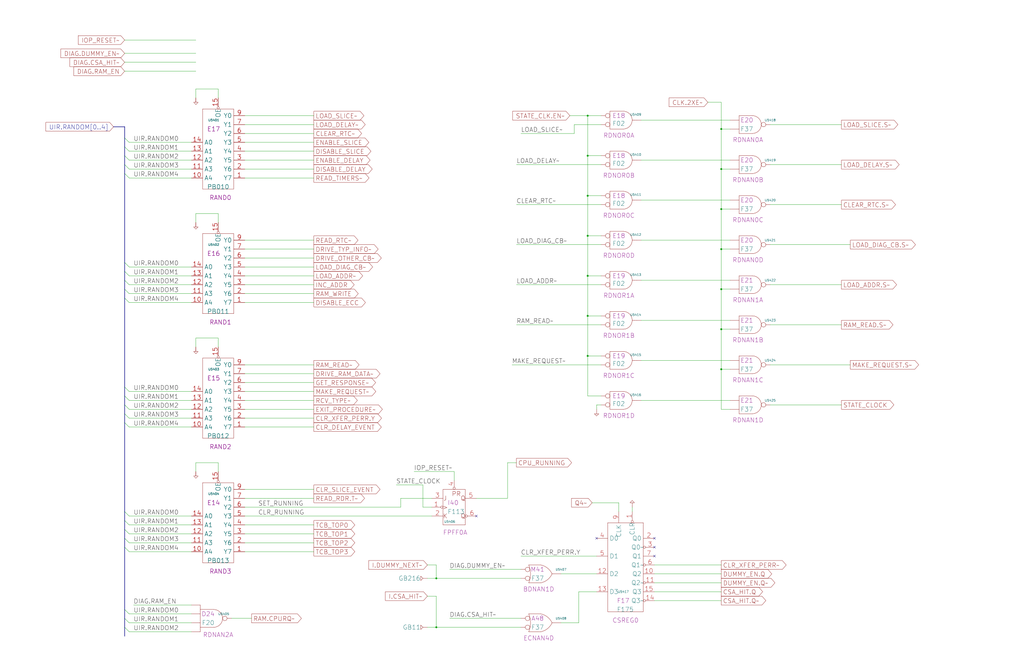
<source format=kicad_sch>
(kicad_sch (version 20211123) (generator eeschema)
  (paper "User" 584.2 378.46)
  (title_block (title "CONTROL STORE\\nRANDOM DECODING") (date "22-SEP-90") (rev "2.0") (comment 1 "IOC") (comment 2 "232-003061") (comment 3 "S400") (comment 4 "RELEASED"))
  (lib_symbols
    (symbol "r1000:F02" (pin_numbers hide) (pin_names hide)
      (property "Reference" "U" (at 12.16 0.635 0))
      (property "Value" "F02" (at -1.27 -4.445 0))
      (property "Location" "___" (at 2.54 0 0))
      (property "Name" "______" (at 2.54 -12.7 0))
      (symbol "F02_0_1"
        (arc (start -3.81 -7.62) (mid -2.9847 -2.54) (end -3.81 2.54) (stroke (width 0.1524)))
        (polyline (pts (xy -5.08 -5.08) (xy -3.175 -5.08)) (stroke (width 0.1524)))
        (polyline (pts (xy -5.08 0) (xy -3.175 0)) (stroke (width 0.1524)))
        (polyline (pts (xy -3.81 -7.62) (xy 2.54 -7.62)) (stroke (width 0.1524)))
        (polyline (pts (xy -3.81 2.54) (xy 2.54 2.54)) (stroke (width 0.1524)))
        (polyline (pts (xy 13.97 -2.54) (xy 12.7 -2.54)) (stroke (width 0.1524)))
        (arc (start 2.54 -7.62) (mid 6.9515 -5.9823) (end 10.16 -2.54) (stroke (width 0.1524)))
        (arc (start 10.16 -2.54) (mid 6.9478 0.8966) (end 2.54 2.54) (stroke (width 0.1524)))
        (circle (center 11.43 -2.54) (radius 1.27) (stroke (width 0.1524)))
      )
      (symbol "F02_0_2"
        (circle (center -3.81 -5.08) (radius 1.27) (stroke (width 0.1524)))
        (circle (center -3.81 0) (radius 1.27) (stroke (width 0.1524)))
        (polyline (pts (xy -2.54 -7.62) (xy 5.08 -7.62)) (stroke (width 0.1524)))
        (polyline (pts (xy -2.54 2.54) (xy -2.54 -7.62)) (stroke (width 0.1524)))
        (polyline (pts (xy -2.54 2.54) (xy 5.08 2.54)) (stroke (width 0.1524)))
        (polyline (pts (xy 11.43 -2.54) (xy 10.16 -2.54)) (stroke (width 0.1524)))
        (polyline (pts (xy 11.43 -2.54) (xy 12.7 -2.54)) (stroke (width 0.1524)))
        (arc (start 5.08 -7.62) (mid 10.1282 -2.54) (end 5.08 2.54) (stroke (width 0.1524)))
      )
      (symbol "F02_1_1"
        (pin input line (at -7.62 0 0) (length 2.54) (name "D0") (number "1"))
        (pin input line (at -7.62 -5.08 0) (length 2.54) (name "D1") (number "2"))
        (pin output line (at 15.24 -2.54 180) (length 1.27) (name "Q") (number "3"))
      )
      (symbol "F02_1_2"
        (pin input line (at -7.62 0 0) (length 2.54) (name "D0") (number "1"))
        (pin input line (at -7.62 -5.08 0) (length 2.54) (name "D1") (number "2"))
        (pin output line (at 15.24 -2.54 180) (length 2.54) (name "Q") (number "3"))
      )
    )
    (symbol "r1000:F113" (pin_names (offset 1.016) hide)
      (property "Reference" "U" (at 0 -10.795 0))
      (property "Value" "F113" (at -1.27 -5.08 0))
      (property "Location" "___" (at -1.27 0 0))
      (property "Name" "______" (at 3.175 -18.415 0))
      (symbol "F113_0_1"
        (rectangle (start -3.81 7.62) (end 8.89 -12.7) (stroke (width 0.1524)))
      )
      (symbol "F113_1_1"
        (circle (center -4.445 -2.54) (radius 0.635))
        (circle (center 2.54 8.255) (radius 0.635))
        (circle (center 9.525 -7.62) (radius 0.635))
        (text ">" (at -2.54 -2.54 0) (effects (font (size 2.54 2.54))))
        (text "J" (at -2.54 2.54 0) (effects (font (size 2.54 2.54))))
        (text "K" (at -2.54 -7.62 0) (effects (font (size 2.54 2.54))))
        (text "P" (at 2.54 5.08 0) (effects (font (size 2.54 2.54))))
        (text "Q" (at 7.62 -7.62 0) (effects (font (size 2.54 2.54))))
        (text "Q" (at 7.62 2.54 0) (effects (font (size 2.54 2.54))))
        (text "R" (at 5.08 5.08 0) (effects (font (size 2.54 2.54))))
        (pin input line (at -10.16 -2.54 0) (length 5.08) (name "CLK_") (number "1"))
        (pin input line (at -10.16 -7.62 0) (length 6.35) (name "K") (number "2"))
        (pin input line (at -10.16 2.54 0) (length 6.35) (name "J") (number "3"))
        (pin input line (at 2.54 12.7 270) (length 3.81) (name "PR_") (number "4"))
        (pin output line (at 15.24 2.54 180) (length 6.35) (name "Q") (number "5"))
        (pin output line (at 15.24 -7.62 180) (length 5.08) (name "Q_") (number "6"))
      )
    )
    (symbol "r1000:F175" (pin_names (offset 1.016))
      (property "Reference" "U" (at 2.54 5.08 0))
      (property "Value" "F175" (at -1.27 -5.08 0))
      (property "Location" "___" (at -1.27 0 0))
      (property "Name" "______" (at 3.81 -12.7 0))
      (symbol "F175_1_1"
        (rectangle (start -6.35 44.45) (end 13.97 -6.35))
        (circle (center 7.62 45.085) (radius 0.635))
        (circle (center 14.605 0) (radius 0.635))
        (circle (center 14.605 10.16) (radius 0.635))
        (circle (center 14.605 20.32) (radius 0.635))
        (circle (center 14.605 30.48) (radius 0.635))
        (pin input line (at 7.62 50.8 270) (length 5.08) (name "CLR") (number "1"))
        (pin output line (at 20.32 15.24 180) (length 6.35) (name "Q2") (number "10"))
        (pin output line (at 20.32 10.16 180) (length 5.08) (name "Q2~") (number "11"))
        (pin input line (at -12.7 15.24 0) (length 6.35) (name "D2") (number "12"))
        (pin input line (at -12.7 5.08 0) (length 6.35) (name "D3") (number "13"))
        (pin output line (at 20.32 0 180) (length 5.08) (name "Q3~") (number "14"))
        (pin output line (at 20.32 5.08 180) (length 6.35) (name "Q3") (number "15"))
        (pin output line (at 20.32 35.56 180) (length 6.35) (name "Q0") (number "2"))
        (pin output line (at 20.32 30.48 180) (length 5.08) (name "Q0~") (number "3"))
        (pin input line (at -12.7 35.56 0) (length 6.35) (name "D0") (number "4"))
        (pin input line (at -12.7 25.4 0) (length 6.35) (name "D1") (number "5"))
        (pin output line (at 20.32 20.32 180) (length 5.08) (name "Q1~") (number "6"))
        (pin output line (at 20.32 25.4 180) (length 6.35) (name "Q1") (number "7"))
        (pin input line (at 0 50.8 270) (length 6.35) (name "CLK") (number "9"))
      )
    )
    (symbol "r1000:F20" (pin_numbers hide) (pin_names hide)
      (property "Reference" "U" (at 8.255 2.54 0))
      (property "Value" "F20" (at -0.635 -2.54 0))
      (property "Location" "___" (at -0.635 2.54 0))
      (property "Name" "______" (at 5.08 -10.795 0))
      (symbol "F20_0_1"
        (polyline (pts (xy -5.08 -5.08) (xy -5.08 -7.62)) (stroke (width 0.1524)))
        (polyline (pts (xy -5.08 5.08) (xy -5.08 -5.08)) (stroke (width 0.1524)))
        (polyline (pts (xy -5.08 7.62) (xy -5.08 5.08)) (stroke (width 0.1524)))
        (polyline (pts (xy 2.54 -5.08) (xy -5.08 -5.08)) (stroke (width 0.1524)))
        (polyline (pts (xy 2.54 5.08) (xy -5.08 5.08)) (stroke (width 0.1524)))
        (arc (start 2.54 -5.08) (mid 7.5882 0) (end 2.54 5.08) (stroke (width 0.1524)))
        (circle (center 8.89 0) (radius 1.27) (stroke (width 0.1524)))
      )
      (symbol "F20_0_2"
        (circle (center -7.62 -7.62) (radius 1.27) (stroke (width 0.1524)))
        (circle (center -7.62 7.62) (radius 1.27) (stroke (width 0.1524)))
        (circle (center -6.985 -2.54) (radius 1.27) (stroke (width 0.1524)))
        (circle (center -6.985 2.54) (radius 1.27) (stroke (width 0.1524)))
        (arc (start -6.35 -7.62) (mid -5.3975 0) (end -6.35 7.62) (stroke (width 0.1524)))
        (polyline (pts (xy -5.715 -5.08) (xy 1.27 -5.08)) (stroke (width 0.1524)))
        (polyline (pts (xy -5.715 5.08) (xy 1.27 5.08)) (stroke (width 0.1524)))
        (arc (start 1.27 -5.08) (mid 5.0518 -3.2985) (end 7.62 0) (stroke (width 0.1524)))
        (arc (start 7.62 0) (mid 5.0518 3.2985) (end 1.27 5.08) (stroke (width 0.1524)))
      )
      (symbol "F20_1_1"
        (pin input line (at -10.16 7.62 0) (length 5.08) (name "D0") (number "1"))
        (pin input line (at -10.16 2.54 0) (length 5.08) (name "D1") (number "2"))
        (pin input line (at -10.16 -2.54 0) (length 5.08) (name "D2") (number "4"))
        (pin input line (at -10.16 -7.62 0) (length 5.08) (name "D3") (number "5"))
        (pin output line (at 12.7 0 180) (length 2.54) (name "Q") (number "6"))
      )
      (symbol "F20_1_2"
        (pin input line (at -10.16 7.62 0) (length 1.27) (name "D0") (number "1"))
        (pin input line (at -10.16 2.54 0) (length 1.905) (name "D1") (number "2"))
        (pin input line (at -10.16 -2.54 0) (length 1.905) (name "D2") (number "4"))
        (pin input line (at -10.16 -7.62 0) (length 1.27) (name "D3") (number "5"))
        (pin output line (at 12.7 0 180) (length 5.08) (name "Q") (number "6"))
      )
    )
    (symbol "r1000:F37" (pin_numbers hide) (pin_names (offset 0) hide)
      (property "Reference" "U" (at 15.24 0 0))
      (property "Value" "F37" (at 1.905 -5.08 0))
      (property "Location" "___" (at 1.905 0 0))
      (property "Name" "______" (at 2.54 -12.7 0))
      (symbol "F37_0_1"
        (polyline (pts (xy -2.54 -7.62) (xy 5.08 -7.62)) (stroke (width 0.1524)))
        (polyline (pts (xy -2.54 2.54) (xy -2.54 -7.62)) (stroke (width 0.1524)))
        (polyline (pts (xy -2.54 2.54) (xy 5.08 2.54)) (stroke (width 0.1524)))
        (arc (start 5.08 -7.62) (mid 10.1282 -2.54) (end 5.08 2.54) (stroke (width 0.1524)))
        (circle (center 11.43 -2.54) (radius 1.27) (stroke (width 0.1524)))
      )
      (symbol "F37_0_2"
        (circle (center -3.81 -5.08) (radius 1.27) (stroke (width 0.1524)))
        (circle (center -3.81 0) (radius 1.27) (stroke (width 0.1524)))
        (arc (start -3.175 -7.62) (mid -2.134 -2.54) (end -3.175 2.54) (stroke (width 0.1524)))
        (polyline (pts (xy -3.175 -7.62) (xy 3.81 -7.62)) (stroke (width 0.1524)))
        (polyline (pts (xy -3.175 2.54) (xy 3.81 2.54)) (stroke (width 0.1524)))
        (arc (start 3.81 -7.62) (mid 7.5855 -5.8306) (end 10.16 -2.54) (stroke (width 0.1524)))
        (arc (start 10.16 -2.54) (mid 7.5827 0.7471) (end 3.81 2.54) (stroke (width 0.1524)))
      )
      (symbol "F37_1_1"
        (pin input line (at -7.62 0 0) (length 5.08) (name "D0") (number "1"))
        (pin input line (at -7.62 -5.08 0) (length 5.08) (name "D1") (number "2"))
        (pin output line (at 15.24 -2.54 180) (length 2.54) (name "Q") (number "3"))
      )
      (symbol "F37_1_2"
        (pin input line (at -7.62 0 0) (length 2.54) (name "D0") (number "1"))
        (pin input line (at -7.62 -5.08 0) (length 2.54) (name "D1") (number "2"))
        (pin output line (at 15.24 -2.54 180) (length 5.08) (name "Q") (number "3"))
      )
    )
    (symbol "r1000:GB" (pin_numbers hide) (pin_names (offset 0) hide)
      (property "Reference" "GB" (at 3.81 0 0))
      (symbol "GB_0_1"
        (polyline (pts (xy 2.54 0) (xy 3.81 1.27) (xy 3.81 -1.27) (xy 2.54 0)) (stroke (width 0.1524)))
      )
      (symbol "GB_1_1"
        (pin bidirectional line (at 0 0 0) (length 2.54) (name "") (number "1"))
      )
    )
    (symbol "r1000:PBxxx" (pin_names (offset 1.016))
      (property "Reference" "U" (at 2.54 5.08 0))
      (property "Value" "PBxxx" (at -1.27 -33.02 0))
      (property "Location" "___" (at -1.27 0 0))
      (property "Name" "______" (at 6.35 -40.64 0))
      (symbol "PBxxx_1_1"
        (rectangle (start -3.81 11.43) (end 13.97 -34.29))
        (circle (center 5.08 12.065) (radius 0.635))
        (pin tri_state line (at 20.32 -27.94 180) (length 6.35) (name "Y7") (number "1"))
        (pin input line (at -10.16 -27.94 0) (length 6.35) (name "A4") (number "10"))
        (pin input line (at -10.16 -22.86 0) (length 6.35) (name "A3") (number "11"))
        (pin input line (at -10.16 -17.78 0) (length 6.35) (name "A2") (number "12"))
        (pin input line (at -10.16 -12.7 0) (length 6.35) (name "A1") (number "13"))
        (pin input line (at -10.16 -7.62 0) (length 6.35) (name "A0") (number "14"))
        (pin input line (at 5.08 17.78 270) (length 5.08) (name "OE") (number "15"))
        (pin tri_state line (at 20.32 -22.86 180) (length 6.35) (name "Y6") (number "2"))
        (pin tri_state line (at 20.32 -17.78 180) (length 6.35) (name "Y5") (number "3"))
        (pin tri_state line (at 20.32 -12.7 180) (length 6.35) (name "Y4") (number "4"))
        (pin tri_state line (at 20.32 -7.62 180) (length 6.35) (name "Y3") (number "5"))
        (pin tri_state line (at 20.32 -2.54 180) (length 6.35) (name "Y2") (number "6"))
        (pin tri_state line (at 20.32 2.54 180) (length 6.35) (name "Y1") (number "7"))
        (pin tri_state line (at 20.32 7.62 180) (length 6.35) (name "Y0") (number "9"))
      )
    )
    (symbol "r1000:PD" (power) (pin_numbers hide) (pin_names hide) (in_bom no)
      (symbol "PD_0_1"
        (polyline (pts (xy 0 -2.54) (xy 1.27 -2.54) (xy 0 -3.81) (xy -1.27 -2.54) (xy 0 -2.54)) (stroke (width 0.1524)))
      )
      (symbol "PD_1_1"
        (pin power_in line (at 0 0 270) (length 2.54) (name "PD") (number "1"))
      )
    )
    (symbol "r1000:PU" (power) (pin_numbers hide) (pin_names hide)
      (symbol "PU_0_1"
        (polyline (pts (xy 0 2.54) (xy -1.27 2.54) (xy 0 3.81) (xy 1.27 2.54) (xy 0 2.54)) (stroke (width 0.1524)))
      )
      (symbol "PU_1_1"
        (pin power_in line (at 0 0 90) (length 2.54) (name "PU") (number "1"))
      )
    )
  )
  (bus (pts (xy 64.77 72.39) (xy 71.12 72.39)))
  (bus (pts (xy 71.12 149.86) (xy 71.12 154.94)))
  (bus (pts (xy 71.12 154.94) (xy 71.12 160.02)))
  (bus (pts (xy 71.12 160.02) (xy 71.12 165.1)))
  (bus (pts (xy 71.12 165.1) (xy 71.12 170.18)))
  (bus (pts (xy 71.12 170.18) (xy 71.12 220.98)))
  (bus (pts (xy 71.12 220.98) (xy 71.12 226.06)))
  (bus (pts (xy 71.12 226.06) (xy 71.12 231.14)))
  (bus (pts (xy 71.12 231.14) (xy 71.12 236.22)))
  (bus (pts (xy 71.12 236.22) (xy 71.12 241.3)))
  (bus (pts (xy 71.12 241.3) (xy 71.12 292.1)))
  (bus (pts (xy 71.12 292.1) (xy 71.12 297.18)))
  (bus (pts (xy 71.12 297.18) (xy 71.12 302.26)))
  (bus (pts (xy 71.12 302.26) (xy 71.12 307.34)))
  (bus (pts (xy 71.12 307.34) (xy 71.12 312.42)))
  (bus (pts (xy 71.12 312.42) (xy 71.12 347.98)))
  (bus (pts (xy 71.12 347.98) (xy 71.12 353.06)))
  (bus (pts (xy 71.12 353.06) (xy 71.12 358.14)))
  (bus (pts (xy 71.12 358.14) (xy 71.12 363.22)))
  (bus (pts (xy 71.12 72.39) (xy 71.12 78.74)))
  (bus (pts (xy 71.12 78.74) (xy 71.12 83.82)))
  (bus (pts (xy 71.12 83.82) (xy 71.12 88.9)))
  (bus (pts (xy 71.12 88.9) (xy 71.12 93.98)))
  (bus (pts (xy 71.12 93.98) (xy 71.12 99.06)))
  (bus (pts (xy 71.12 99.06) (xy 71.12 149.86)))
  (wire (pts (xy 111.76 121.92) (xy 111.76 127)))
  (wire (pts (xy 111.76 193.04) (xy 111.76 198.12)))
  (wire (pts (xy 111.76 264.16) (xy 111.76 269.24)))
  (wire (pts (xy 111.76 50.8) (xy 111.76 55.88)))
  (wire (pts (xy 124.46 121.92) (xy 111.76 121.92)))
  (wire (pts (xy 124.46 127) (xy 124.46 121.92)))
  (wire (pts (xy 124.46 193.04) (xy 111.76 193.04)))
  (wire (pts (xy 124.46 198.12) (xy 124.46 193.04)))
  (wire (pts (xy 124.46 264.16) (xy 111.76 264.16)))
  (wire (pts (xy 124.46 269.24) (xy 124.46 264.16)))
  (wire (pts (xy 124.46 50.8) (xy 111.76 50.8)))
  (wire (pts (xy 124.46 55.88) (xy 124.46 50.8)))
  (wire (pts (xy 132.08 353.06) (xy 143.51 353.06)))
  (wire (pts (xy 139.7 101.6) (xy 179.07 101.6)))
  (wire (pts (xy 139.7 137.16) (xy 179.07 137.16)))
  (wire (pts (xy 139.7 142.24) (xy 179.07 142.24)))
  (wire (pts (xy 139.7 147.32) (xy 179.07 147.32)))
  (wire (pts (xy 139.7 152.4) (xy 179.07 152.4)))
  (wire (pts (xy 139.7 157.48) (xy 179.07 157.48)))
  (wire (pts (xy 139.7 162.56) (xy 179.07 162.56)))
  (wire (pts (xy 139.7 167.64) (xy 179.07 167.64)))
  (wire (pts (xy 139.7 172.72) (xy 179.07 172.72)))
  (wire (pts (xy 139.7 208.28) (xy 179.07 208.28)))
  (wire (pts (xy 139.7 213.36) (xy 179.07 213.36)))
  (wire (pts (xy 139.7 218.44) (xy 179.07 218.44)))
  (wire (pts (xy 139.7 223.52) (xy 179.07 223.52)))
  (wire (pts (xy 139.7 228.6) (xy 179.07 228.6)))
  (wire (pts (xy 139.7 233.68) (xy 179.07 233.68)))
  (wire (pts (xy 139.7 238.76) (xy 179.07 238.76)))
  (wire (pts (xy 139.7 243.84) (xy 179.07 243.84)))
  (wire (pts (xy 139.7 279.4) (xy 179.07 279.4)))
  (wire (pts (xy 139.7 284.48) (xy 179.07 284.48)))
  (wire (pts (xy 139.7 289.56) (xy 228.6 289.56)))
  (wire (pts (xy 139.7 294.64) (xy 246.38 294.64)))
  (wire (pts (xy 139.7 299.72) (xy 179.07 299.72)))
  (wire (pts (xy 139.7 304.8) (xy 179.07 304.8)))
  (wire (pts (xy 139.7 309.88) (xy 179.07 309.88)))
  (wire (pts (xy 139.7 314.96) (xy 179.07 314.96)))
  (wire (pts (xy 139.7 66.04) (xy 179.07 66.04)))
  (wire (pts (xy 139.7 71.12) (xy 179.07 71.12)))
  (wire (pts (xy 139.7 76.2) (xy 179.07 76.2)))
  (wire (pts (xy 139.7 81.28) (xy 179.07 81.28)))
  (wire (pts (xy 139.7 86.36) (xy 179.07 86.36)))
  (wire (pts (xy 139.7 91.44) (xy 179.07 91.44)))
  (wire (pts (xy 139.7 96.52) (xy 179.07 96.52)))
  (wire (pts (xy 228.6 284.48) (xy 228.6 289.56)))
  (wire (pts (xy 241.3 276.86) (xy 226.06 276.86)))
  (wire (pts (xy 241.3 289.56) (xy 241.3 276.86)))
  (wire (pts (xy 243.84 322.58) (xy 248.92 322.58)))
  (wire (pts (xy 243.84 330.2) (xy 248.92 330.2)))
  (wire (pts (xy 243.84 340.36) (xy 248.92 340.36)))
  (wire (pts (xy 243.84 358.14) (xy 248.92 358.14)))
  (wire (pts (xy 246.38 284.48) (xy 228.6 284.48)))
  (wire (pts (xy 246.38 289.56) (xy 241.3 289.56)))
  (wire (pts (xy 248.92 322.58) (xy 248.92 330.2)))
  (wire (pts (xy 248.92 330.2) (xy 297.18 330.2)))
  (wire (pts (xy 248.92 340.36) (xy 248.92 358.14)))
  (wire (pts (xy 248.92 358.14) (xy 297.18 358.14)))
  (wire (pts (xy 256.54 325.12) (xy 297.18 325.12)))
  (wire (pts (xy 256.54 353.06) (xy 297.18 353.06)))
  (wire (pts (xy 259.08 269.24) (xy 236.22 269.24)))
  (wire (pts (xy 259.08 274.32) (xy 259.08 269.24)))
  (wire (pts (xy 271.78 284.48) (xy 289.56 284.48)))
  (wire (pts (xy 289.56 264.16) (xy 294.64 264.16)))
  (wire (pts (xy 289.56 284.48) (xy 289.56 264.16)))
  (wire (pts (xy 292.1 208.28) (xy 342.9 208.28)))
  (wire (pts (xy 294.64 116.84) (xy 342.9 116.84)))
  (wire (pts (xy 294.64 139.7) (xy 342.9 139.7)))
  (wire (pts (xy 294.64 162.56) (xy 342.9 162.56)))
  (wire (pts (xy 294.64 185.42) (xy 342.9 185.42)))
  (wire (pts (xy 294.64 93.98) (xy 342.9 93.98)))
  (wire (pts (xy 297.18 317.5) (xy 340.36 317.5)))
  (wire (pts (xy 320.04 327.66) (xy 340.36 327.66)))
  (wire (pts (xy 325.12 66.04) (xy 335.28 66.04)))
  (wire (pts (xy 327.66 71.12) (xy 327.66 76.2)))
  (wire (pts (xy 327.66 76.2) (xy 297.18 76.2)))
  (wire (pts (xy 330.2 337.82) (xy 330.2 355.6)))
  (wire (pts (xy 330.2 355.6) (xy 320.04 355.6)))
  (wire (pts (xy 335.28 111.76) (xy 335.28 88.9)))
  (wire (pts (xy 335.28 111.76) (xy 342.9 111.76)))
  (wire (pts (xy 335.28 134.62) (xy 335.28 111.76)))
  (wire (pts (xy 335.28 134.62) (xy 342.9 134.62)))
  (wire (pts (xy 335.28 157.48) (xy 335.28 134.62)))
  (wire (pts (xy 335.28 157.48) (xy 342.9 157.48)))
  (wire (pts (xy 335.28 180.34) (xy 335.28 157.48)))
  (wire (pts (xy 335.28 180.34) (xy 342.9 180.34)))
  (wire (pts (xy 335.28 203.2) (xy 335.28 180.34)))
  (wire (pts (xy 335.28 203.2) (xy 342.9 203.2)))
  (wire (pts (xy 335.28 226.06) (xy 335.28 203.2)))
  (wire (pts (xy 335.28 66.04) (xy 335.28 88.9)))
  (wire (pts (xy 335.28 66.04) (xy 342.9 66.04)))
  (wire (pts (xy 335.28 88.9) (xy 342.9 88.9)))
  (wire (pts (xy 337.82 287.02) (xy 353.06 287.02)))
  (wire (pts (xy 340.36 231.14) (xy 340.36 233.68)))
  (wire (pts (xy 340.36 337.82) (xy 330.2 337.82)))
  (wire (pts (xy 342.9 226.06) (xy 335.28 226.06)))
  (wire (pts (xy 342.9 231.14) (xy 340.36 231.14)))
  (wire (pts (xy 342.9 71.12) (xy 327.66 71.12)))
  (wire (pts (xy 353.06 292.1) (xy 353.06 287.02)))
  (wire (pts (xy 360.68 289.56) (xy 360.68 292.1)))
  (wire (pts (xy 365.76 114.3) (xy 416.56 114.3)))
  (wire (pts (xy 365.76 137.16) (xy 416.56 137.16)))
  (wire (pts (xy 365.76 160.02) (xy 416.56 160.02)))
  (wire (pts (xy 365.76 182.88) (xy 416.56 182.88)))
  (wire (pts (xy 365.76 205.74) (xy 416.56 205.74)))
  (wire (pts (xy 365.76 228.6) (xy 416.56 228.6)))
  (wire (pts (xy 365.76 68.58) (xy 416.56 68.58)))
  (wire (pts (xy 365.76 91.44) (xy 416.56 91.44)))
  (wire (pts (xy 373.38 322.58) (xy 411.48 322.58)))
  (wire (pts (xy 373.38 327.66) (xy 411.48 327.66)))
  (wire (pts (xy 373.38 332.74) (xy 411.48 332.74)))
  (wire (pts (xy 373.38 337.82) (xy 411.48 337.82)))
  (wire (pts (xy 373.38 342.9) (xy 411.48 342.9)))
  (wire (pts (xy 403.86 58.42) (xy 411.48 58.42)))
  (wire (pts (xy 411.48 119.38) (xy 411.48 96.52)))
  (wire (pts (xy 411.48 119.38) (xy 416.56 119.38)))
  (wire (pts (xy 411.48 142.24) (xy 411.48 119.38)))
  (wire (pts (xy 411.48 142.24) (xy 416.56 142.24)))
  (wire (pts (xy 411.48 165.1) (xy 411.48 142.24)))
  (wire (pts (xy 411.48 165.1) (xy 416.56 165.1)))
  (wire (pts (xy 411.48 187.96) (xy 411.48 165.1)))
  (wire (pts (xy 411.48 187.96) (xy 416.56 187.96)))
  (wire (pts (xy 411.48 210.82) (xy 411.48 187.96)))
  (wire (pts (xy 411.48 210.82) (xy 416.56 210.82)))
  (wire (pts (xy 411.48 233.68) (xy 411.48 210.82)))
  (wire (pts (xy 411.48 58.42) (xy 411.48 73.66)))
  (wire (pts (xy 411.48 73.66) (xy 411.48 96.52)))
  (wire (pts (xy 411.48 73.66) (xy 416.56 73.66)))
  (wire (pts (xy 411.48 96.52) (xy 416.56 96.52)))
  (wire (pts (xy 416.56 233.68) (xy 411.48 233.68)))
  (wire (pts (xy 439.42 116.84) (xy 480.06 116.84)))
  (wire (pts (xy 439.42 139.7) (xy 485.14 139.7)))
  (wire (pts (xy 439.42 162.56) (xy 480.06 162.56)))
  (wire (pts (xy 439.42 185.42) (xy 480.06 185.42)))
  (wire (pts (xy 439.42 208.28) (xy 485.14 208.28)))
  (wire (pts (xy 439.42 231.14) (xy 480.06 231.14)))
  (wire (pts (xy 439.42 71.12) (xy 480.06 71.12)))
  (wire (pts (xy 439.42 93.98) (xy 480.06 93.98)))
  (wire (pts (xy 71.12 22.86) (xy 111.76 22.86)))
  (wire (pts (xy 71.12 30.48) (xy 111.76 30.48)))
  (wire (pts (xy 71.12 35.56) (xy 111.76 35.56)))
  (wire (pts (xy 71.12 40.64) (xy 111.76 40.64)))
  (wire (pts (xy 73.66 101.6) (xy 109.22 101.6)))
  (wire (pts (xy 73.66 152.4) (xy 109.22 152.4)))
  (wire (pts (xy 73.66 157.48) (xy 109.22 157.48)))
  (wire (pts (xy 73.66 162.56) (xy 109.22 162.56)))
  (wire (pts (xy 73.66 167.64) (xy 109.22 167.64)))
  (wire (pts (xy 73.66 172.72) (xy 109.22 172.72)))
  (wire (pts (xy 73.66 223.52) (xy 109.22 223.52)))
  (wire (pts (xy 73.66 228.6) (xy 109.22 228.6)))
  (wire (pts (xy 73.66 233.68) (xy 109.22 233.68)))
  (wire (pts (xy 73.66 238.76) (xy 109.22 238.76)))
  (wire (pts (xy 73.66 243.84) (xy 109.22 243.84)))
  (wire (pts (xy 73.66 294.64) (xy 109.22 294.64)))
  (wire (pts (xy 73.66 299.72) (xy 109.22 299.72)))
  (wire (pts (xy 73.66 304.8) (xy 109.22 304.8)))
  (wire (pts (xy 73.66 309.88) (xy 109.22 309.88)))
  (wire (pts (xy 73.66 314.96) (xy 109.22 314.96)))
  (wire (pts (xy 73.66 350.52) (xy 109.22 350.52)))
  (wire (pts (xy 73.66 355.6) (xy 109.22 355.6)))
  (wire (pts (xy 73.66 360.68) (xy 109.22 360.68)))
  (wire (pts (xy 73.66 81.28) (xy 109.22 81.28)))
  (wire (pts (xy 73.66 86.36) (xy 109.22 86.36)))
  (wire (pts (xy 73.66 91.44) (xy 109.22 91.44)))
  (wire (pts (xy 73.66 96.52) (xy 109.22 96.52)))
  (wire (pts (xy 76.2 345.44) (xy 109.22 345.44)))
  (global_label "UIR.RANDOM[0..4]" (shape input) (at 64.77 72.39 180) (effects (font (size 2.54 2.54))) (property "Intersheet References" "${INTERSHEET_REFS}" (at 26.1983 72.2313 0) (effects (font (size 2.54 2.54)) (justify right))))
  (global_label "IOP_RESET~" (shape input) (at 71.12 22.86 180) (effects (font (size 2.54 2.54))) (property "Intersheet References" "${INTERSHEET_REFS}" (at 44.6435 22.7013 0) (effects (font (size 2.54 2.54)) (justify right))))
  (global_label "DIAG.DUMMY_EN~" (shape input) (at 71.12 30.48 180) (effects (font (size 2.54 2.54))) (property "Intersheet References" "${INTERSHEET_REFS}" (at 34.7254 30.3213 0) (effects (font (size 2.54 2.54)) (justify right))))
  (global_label "DIAG.CSA_HIT~" (shape input) (at 71.12 35.56 180) (effects (font (size 2.54 2.54))) (property "Intersheet References" "${INTERSHEET_REFS}" (at 39.9264 35.4013 0) (effects (font (size 2.54 2.54)) (justify right))))
  (global_label "DIAG.RAM_EN" (shape input) (at 71.12 40.64 180) (effects (font (size 2.54 2.54))) (property "Intersheet References" "${INTERSHEET_REFS}" (at 42.1035 40.4813 0) (effects (font (size 2.54 2.54)) (justify right))))
  (bus_entry (at 71.12 78.74) (size 2.54 2.54))
  (bus_entry (at 71.12 83.82) (size 2.54 2.54))
  (bus_entry (at 71.12 88.9) (size 2.54 2.54))
  (bus_entry (at 71.12 93.98) (size 2.54 2.54))
  (bus_entry (at 71.12 99.06) (size 2.54 2.54))
  (bus_entry (at 71.12 149.86) (size 2.54 2.54))
  (bus_entry (at 71.12 154.94) (size 2.54 2.54))
  (bus_entry (at 71.12 160.02) (size 2.54 2.54))
  (bus_entry (at 71.12 165.1) (size 2.54 2.54))
  (bus_entry (at 71.12 170.18) (size 2.54 2.54))
  (bus_entry (at 71.12 220.98) (size 2.54 2.54))
  (bus_entry (at 71.12 226.06) (size 2.54 2.54))
  (bus_entry (at 71.12 231.14) (size 2.54 2.54))
  (bus_entry (at 71.12 236.22) (size 2.54 2.54))
  (bus_entry (at 71.12 241.3) (size 2.54 2.54))
  (bus_entry (at 71.12 292.1) (size 2.54 2.54))
  (bus_entry (at 71.12 297.18) (size 2.54 2.54))
  (bus_entry (at 71.12 302.26) (size 2.54 2.54))
  (bus_entry (at 71.12 307.34) (size 2.54 2.54))
  (bus_entry (at 71.12 312.42) (size 2.54 2.54))
  (bus_entry (at 71.12 347.98) (size 2.54 2.54))
  (bus_entry (at 71.12 353.06) (size 2.54 2.54))
  (bus_entry (at 71.12 358.14) (size 2.54 2.54))
  (label "UIR.RANDOM0" (at 76.2 81.28 0) (effects (font (size 2.54 2.54))))
  (label "UIR.RANDOM1" (at 76.2 86.36 0) (effects (font (size 2.54 2.54))))
  (label "UIR.RANDOM2" (at 76.2 91.44 0) (effects (font (size 2.54 2.54))))
  (label "UIR.RANDOM3" (at 76.2 96.52 0) (effects (font (size 2.54 2.54))))
  (label "UIR.RANDOM4" (at 76.2 101.6 0) (effects (font (size 2.54 2.54))))
  (label "UIR.RANDOM0" (at 76.2 152.4 0) (effects (font (size 2.54 2.54))))
  (label "UIR.RANDOM1" (at 76.2 157.48 0) (effects (font (size 2.54 2.54))))
  (label "UIR.RANDOM2" (at 76.2 162.56 0) (effects (font (size 2.54 2.54))))
  (label "UIR.RANDOM3" (at 76.2 167.64 0) (effects (font (size 2.54 2.54))))
  (label "UIR.RANDOM4" (at 76.2 172.72 0) (effects (font (size 2.54 2.54))))
  (label "UIR.RANDOM0" (at 76.2 223.52 0) (effects (font (size 2.54 2.54))))
  (label "UIR.RANDOM1" (at 76.2 228.6 0) (effects (font (size 2.54 2.54))))
  (label "UIR.RANDOM2" (at 76.2 233.68 0) (effects (font (size 2.54 2.54))))
  (label "UIR.RANDOM3" (at 76.2 238.76 0) (effects (font (size 2.54 2.54))))
  (label "UIR.RANDOM4" (at 76.2 243.84 0) (effects (font (size 2.54 2.54))))
  (label "UIR.RANDOM0" (at 76.2 294.64 0) (effects (font (size 2.54 2.54))))
  (label "UIR.RANDOM1" (at 76.2 299.72 0) (effects (font (size 2.54 2.54))))
  (label "UIR.RANDOM2" (at 76.2 304.8 0) (effects (font (size 2.54 2.54))))
  (label "UIR.RANDOM3" (at 76.2 309.88 0) (effects (font (size 2.54 2.54))))
  (label "UIR.RANDOM4" (at 76.2 314.96 0) (effects (font (size 2.54 2.54))))
  (label "DIAG.RAM_EN" (at 76.2 345.44 0) (effects (font (size 2.54 2.54))))
  (label "UIR.RANDOM0" (at 76.2 350.52 0) (effects (font (size 2.54 2.54))))
  (label "UIR.RANDOM1" (at 76.2 355.6 0) (effects (font (size 2.54 2.54))))
  (label "UIR.RANDOM2" (at 76.2 360.68 0) (effects (font (size 2.54 2.54))))
  (symbol (lib_id "r1000:PD") (at 111.76 55.88 0) (unit 1) (in_bom no)
    (property "Reference" "#PWR05401" (effects hide))
    (property "Value" "PD" (effects hide))
  )
  (symbol (lib_id "r1000:PD") (at 111.76 127 0) (unit 1) (in_bom no)
    (property "Reference" "#PWR05402" (effects hide))
    (property "Value" "PD" (effects hide))
  )
  (symbol (lib_id "r1000:PD") (at 111.76 198.12 0) (unit 1) (in_bom no)
    (property "Reference" "#PWR05403" (effects hide))
    (property "Value" "PD" (effects hide))
  )
  (symbol (lib_id "r1000:PD") (at 111.76 269.24 0) (unit 1) (in_bom no)
    (property "Reference" "#PWR05404" (effects hide))
    (property "Value" "PD" (effects hide))
  )
  (symbol (lib_id "r1000:PBxxx") (at 119.38 73.66 0) (unit 1)
    (property "Reference" "U5401" (at 121.92 68.58 0))
    (property "Value" "PB010" (at 118.11 106.68 0) (effects (font (size 2.54 2.54)) (justify left)))
    (property "Location" "E17" (at 118.11 73.66 0) (effects (font (size 2.54 2.54)) (justify left)))
    (property "Name" "RAND0" (at 125.73 114.3 0) (effects (font (size 2.54 2.54)) (justify bottom)))
  )
  (symbol (lib_id "r1000:PBxxx") (at 119.38 144.78 0) (unit 1)
    (property "Reference" "U5402" (at 121.92 139.7 0))
    (property "Value" "PB011" (at 118.11 177.8 0) (effects (font (size 2.54 2.54)) (justify left)))
    (property "Location" "E16" (at 118.11 144.78 0) (effects (font (size 2.54 2.54)) (justify left)))
    (property "Name" "RAND1" (at 125.73 185.42 0) (effects (font (size 2.54 2.54)) (justify bottom)))
  )
  (symbol (lib_id "r1000:PBxxx") (at 119.38 215.9 0) (unit 1)
    (property "Reference" "U5403" (at 121.92 210.82 0))
    (property "Value" "PB012" (at 118.11 248.92 0) (effects (font (size 2.54 2.54)) (justify left)))
    (property "Location" "E15" (at 118.11 215.9 0) (effects (font (size 2.54 2.54)) (justify left)))
    (property "Name" "RAND2" (at 125.73 256.54 0) (effects (font (size 2.54 2.54)) (justify bottom)))
  )
  (symbol (lib_id "r1000:PBxxx") (at 119.38 287.02 0) (unit 1)
    (property "Reference" "U5404" (at 121.92 281.94 0))
    (property "Value" "PB013" (at 118.11 320.04 0) (effects (font (size 2.54 2.54)) (justify left)))
    (property "Location" "E14" (at 118.11 287.02 0) (effects (font (size 2.54 2.54)) (justify left)))
    (property "Name" "RAND3" (at 125.73 327.66 0) (effects (font (size 2.54 2.54)) (justify bottom)))
  )
  (symbol (lib_id "r1000:F20") (at 119.38 353.06 0) (unit 1)
    (property "Reference" "U5405" (at 127.635 350.52 0))
    (property "Value" "F20" (at 118.745 355.6 0) (effects (font (size 2.54 2.54))))
    (property "Location" "D24" (at 118.745 350.52 0) (effects (font (size 2.54 2.54))))
    (property "Name" "RDNAN2A" (at 124.46 363.855 0) (effects (font (size 2.54 2.54)) (justify bottom)))
  )
  (global_label "RAM.CPURQ~" (shape output) (at 143.51 353.06 0) (effects (font (size 2.54 2.54))) (property "Intersheet References" "${INTERSHEET_REFS}" (at 171.9217 352.9013 0) (effects (font (size 2.54 2.54)) (justify left))))
  (label "SET_RUNNING" (at 147.32 289.56 0) (effects (font (size 2.54 2.54))))
  (label "CLR_RUNNING" (at 147.32 294.64 0) (effects (font (size 2.54 2.54))))
  (global_label "LOAD_SLICE~" (shape output) (at 179.07 66.04 0) (effects (font (size 2.54 2.54))) (property "Intersheet References" "${INTERSHEET_REFS}" (at 207.6027 65.8813 0) (effects (font (size 2.54 2.54)) (justify left))))
  (global_label "LOAD_DELAY~" (shape output) (at 179.07 71.12 0) (effects (font (size 2.54 2.54))) (property "Intersheet References" "${INTERSHEET_REFS}" (at 208.3284 70.9613 0) (effects (font (size 2.54 2.54)) (justify left))))
  (global_label "CLEAR_RTC~" (shape output) (at 179.07 76.2 0) (effects (font (size 2.54 2.54))) (property "Intersheet References" "${INTERSHEET_REFS}" (at 206.2722 76.0413 0) (effects (font (size 2.54 2.54)) (justify left))))
  (global_label "ENABLE_SLICE" (shape output) (at 179.07 81.28 0) (effects (font (size 2.54 2.54))) (property "Intersheet References" "${INTERSHEET_REFS}" (at 210.3846 81.1213 0) (effects (font (size 2.54 2.54)) (justify left))))
  (global_label "DISABLE_SLICE" (shape output) (at 179.07 86.36 0) (effects (font (size 2.54 2.54))) (property "Intersheet References" "${INTERSHEET_REFS}" (at 211.5941 86.2013 0) (effects (font (size 2.54 2.54)) (justify left))))
  (global_label "ENABLE_DELAY" (shape output) (at 179.07 91.44 0) (effects (font (size 2.54 2.54))) (property "Intersheet References" "${INTERSHEET_REFS}" (at 211.1103 91.2813 0) (effects (font (size 2.54 2.54)) (justify left))))
  (global_label "DISABLE_DELAY" (shape output) (at 179.07 96.52 0) (effects (font (size 2.54 2.54))) (property "Intersheet References" "${INTERSHEET_REFS}" (at 212.3198 96.3613 0) (effects (font (size 2.54 2.54)) (justify left))))
  (global_label "READ_TIMERS~" (shape output) (at 179.07 101.6 0) (effects (font (size 2.54 2.54))) (property "Intersheet References" "${INTERSHEET_REFS}" (at 210.5055 101.4413 0) (effects (font (size 2.54 2.54)) (justify left))))
  (global_label "READ_RTC~" (shape output) (at 179.07 137.16 0) (effects (font (size 2.54 2.54))) (property "Intersheet References" "${INTERSHEET_REFS}" (at 204.216 137.0013 0) (effects (font (size 2.54 2.54)) (justify left))))
  (global_label "DRIVE_TYP_INFO~" (shape output) (at 179.07 142.24 0) (effects (font (size 2.54 2.54))) (property "Intersheet References" "${INTERSHEET_REFS}" (at 215.7065 142.0813 0) (effects (font (size 2.54 2.54)) (justify left))))
  (global_label "DRIVE_OTHER_CB~" (shape output) (at 179.07 147.32 0) (effects (font (size 2.54 2.54))) (property "Intersheet References" "${INTERSHEET_REFS}" (at 217.5208 147.1613 0) (effects (font (size 2.54 2.54)) (justify left))))
  (global_label "LOAD_DIAG_CB~" (shape output) (at 179.07 152.4 0) (effects (font (size 2.54 2.54))) (property "Intersheet References" "${INTERSHEET_REFS}" (at 212.5617 152.2413 0) (effects (font (size 2.54 2.54)) (justify left))))
  (global_label "LOAD_ADDR~" (shape output) (at 179.07 157.48 0) (effects (font (size 2.54 2.54))) (property "Intersheet References" "${INTERSHEET_REFS}" (at 206.877 157.3213 0) (effects (font (size 2.54 2.54)) (justify left))))
  (global_label "INC_ADDR" (shape output) (at 179.07 162.56 0) (effects (font (size 2.54 2.54))) (property "Intersheet References" "${INTERSHEET_REFS}" (at 202.0389 162.4013 0) (effects (font (size 2.54 2.54)) (justify left))))
  (global_label "RAM_WRITE" (shape output) (at 179.07 167.64 0) (effects (font (size 2.54 2.54))) (property "Intersheet References" "${INTERSHEET_REFS}" (at 204.337 167.4813 0) (effects (font (size 2.54 2.54)) (justify left))))
  (global_label "DISABLE_ECC" (shape output) (at 179.07 172.72 0) (effects (font (size 2.54 2.54))) (property "Intersheet References" "${INTERSHEET_REFS}" (at 208.4493 172.5613 0) (effects (font (size 2.54 2.54)) (justify left))))
  (global_label "RAM_READ~" (shape output) (at 179.07 208.28 0) (effects (font (size 2.54 2.54))) (property "Intersheet References" "${INTERSHEET_REFS}" (at 204.8208 208.1213 0) (effects (font (size 2.54 2.54)) (justify left))))
  (global_label "DRIVE_RAM_DATA~" (shape output) (at 179.07 213.36 0) (effects (font (size 2.54 2.54))) (property "Intersheet References" "${INTERSHEET_REFS}" (at 216.795 213.2013 0) (effects (font (size 2.54 2.54)) (justify left))))
  (global_label "GET_RESPONSE~" (shape output) (at 179.07 218.44 0) (effects (font (size 2.54 2.54))) (property "Intersheet References" "${INTERSHEET_REFS}" (at 214.255 218.2813 0) (effects (font (size 2.54 2.54)) (justify left))))
  (global_label "MAKE_REQUEST~" (shape output) (at 179.07 223.52 0) (effects (font (size 2.54 2.54))) (property "Intersheet References" "${INTERSHEET_REFS}" (at 214.376 223.3613 0) (effects (font (size 2.54 2.54)) (justify left))))
  (global_label "RCV_TYPE~" (shape output) (at 179.07 228.6 0) (effects (font (size 2.54 2.54))) (property "Intersheet References" "${INTERSHEET_REFS}" (at 203.8531 228.4413 0) (effects (font (size 2.54 2.54)) (justify left))))
  (global_label "EXIT_PROCEDURE~" (shape output) (at 179.07 233.68 0) (effects (font (size 2.54 2.54))) (property "Intersheet References" "${INTERSHEET_REFS}" (at 218.1255 233.5213 0) (effects (font (size 2.54 2.54)) (justify left))))
  (global_label "CLR_XFER_PERR.Y" (shape output) (at 179.07 238.76 0) (effects (font (size 2.54 2.54))) (property "Intersheet References" "${INTERSHEET_REFS}" (at 217.6417 238.6013 0) (effects (font (size 2.54 2.54)) (justify left))))
  (global_label "CLR_DELAY_EVENT" (shape output) (at 179.07 243.84 0) (effects (font (size 2.54 2.54))) (property "Intersheet References" "${INTERSHEET_REFS}" (at 217.5208 243.6813 0) (effects (font (size 2.54 2.54)) (justify left))))
  (global_label "CLR_SLICE_EVENT" (shape output) (at 179.07 279.4 0) (effects (font (size 2.54 2.54))) (property "Intersheet References" "${INTERSHEET_REFS}" (at 216.795 279.2413 0) (effects (font (size 2.54 2.54)) (justify left))))
  (global_label "READ_RDR.T~" (shape output) (at 179.07 284.48 0) (effects (font (size 2.54 2.54))) (property "Intersheet References" "${INTERSHEET_REFS}" (at 207.9655 284.3213 0) (effects (font (size 2.54 2.54)) (justify left))))
  (global_label "TCB_TOP0" (shape output) (at 179.07 299.72 0) (effects (font (size 2.54 2.54))) (property "Intersheet References" "${INTERSHEET_REFS}" (at 202.4017 299.5613 0) (effects (font (size 2.54 2.54)) (justify left))))
  (global_label "TCB_TOP1" (shape output) (at 179.07 304.8 0) (effects (font (size 2.54 2.54))) (property "Intersheet References" "${INTERSHEET_REFS}" (at 202.4017 304.6413 0) (effects (font (size 2.54 2.54)) (justify left))))
  (global_label "TCB_TOP2" (shape output) (at 179.07 309.88 0) (effects (font (size 2.54 2.54))) (property "Intersheet References" "${INTERSHEET_REFS}" (at 202.4017 309.7213 0) (effects (font (size 2.54 2.54)) (justify left))))
  (global_label "TCB_TOP3" (shape output) (at 179.07 314.96 0) (effects (font (size 2.54 2.54))) (property "Intersheet References" "${INTERSHEET_REFS}" (at 202.4017 314.8013 0) (effects (font (size 2.54 2.54)) (justify left))))
  (label "STATE_CLOCK" (at 226.06 276.86 0) (effects (font (size 2.54 2.54))))
  (label "IOP_RESET~" (at 236.22 269.24 0) (effects (font (size 2.54 2.54))))
  (global_label "I.DUMMY_NEXT~" (shape input) (at 243.84 322.58 180) (effects (font (size 2.54 2.54))) (property "Intersheet References" "${INTERSHEET_REFS}" (at 210.3483 322.4213 0) (effects (font (size 2.54 2.54)) (justify right))))
  (symbol (lib_id "r1000:GB") (at 243.84 330.2 0) (mirror y) (unit 1)
    (property "Reference" "GB216" (at 240.03 330.2 0) (effects (font (size 2.54 2.54)) (justify left)))
    (property "Value" "GB" (effects hide))
  )
  (global_label "I.CSA_HIT~" (shape input) (at 243.84 340.36 180) (effects (font (size 2.54 2.54))) (property "Intersheet References" "${INTERSHEET_REFS}" (at 219.9035 340.2013 0) (effects (font (size 2.54 2.54)) (justify right))))
  (symbol (lib_id "r1000:GB") (at 243.84 358.14 0) (mirror y) (unit 1)
    (property "Reference" "GB11" (at 240.03 358.14 0) (effects (font (size 2.54 2.54)) (justify left)))
    (property "Value" "GB" (effects hide))
  )
  (junction (at 248.92 330.2))
  (junction (at 248.92 358.14))
  (symbol (lib_id "r1000:F113") (at 256.54 287.02 0) (unit 1)
    (property "Reference" "U5406" (at 256.54 297.815 0))
    (property "Value" "F113" (at 255.27 292.1 0) (effects (font (size 2.54 2.54)) (justify left)))
    (property "Location" "I40" (at 255.27 287.02 0) (effects (font (size 2.54 2.54)) (justify left)))
    (property "Name" "FPFF0A" (at 259.715 305.435 0) (effects (font (size 2.54 2.54)) (justify bottom)))
  )
  (label "DIAG.DUMMY_EN~" (at 256.54 325.12 0) (effects (font (size 2.54 2.54))))
  (label "DIAG.CSA_HIT~" (at 256.54 353.06 0) (effects (font (size 2.54 2.54))))
  (no_connect (at 271.78 294.64))
  (label "MAKE_REQUEST~" (at 292.1 208.28 0) (effects (font (size 2.54 2.54))))
  (label "LOAD_DELAY~" (at 294.64 93.98 0) (effects (font (size 2.54 2.54))))
  (label "CLEAR_RTC~" (at 294.64 116.84 0) (effects (font (size 2.54 2.54))))
  (label "LOAD_DIAG_CB~" (at 294.64 139.7 0) (effects (font (size 2.54 2.54))))
  (label "LOAD_ADDR~" (at 294.64 162.56 0) (effects (font (size 2.54 2.54))))
  (label "RAM_READ~" (at 294.64 185.42 0) (effects (font (size 2.54 2.54))))
  (global_label "CPU_RUNNING" (shape output) (at 294.64 264.16 0) (effects (font (size 2.54 2.54))) (property "Intersheet References" "${INTERSHEET_REFS}" (at 326.0755 264.0013 0) (effects (font (size 2.54 2.54)) (justify left))))
  (label "LOAD_SLICE~" (at 297.18 76.2 0) (effects (font (size 2.54 2.54))))
  (label "CLR_XFER_PERR.Y" (at 297.18 317.5 0) (effects (font (size 2.54 2.54))))
  (symbol (lib_id "r1000:F37") (at 304.8 325.12 0) (unit 1) (convert 2)
    (property "Reference" "U5407" (at 320.04 325.12 0))
    (property "Value" "F37" (at 306.705 330.2 0) (effects (font (size 2.54 2.54))))
    (property "Location" "M41" (at 306.705 325.12 0) (effects (font (size 2.54 2.54))))
    (property "Name" "BDNAN1D" (at 307.34 337.82 0) (effects (font (size 2.54 2.54)) (justify bottom)))
  )
  (symbol (lib_id "r1000:F37") (at 304.8 353.06 0) (unit 1) (convert 2)
    (property "Reference" "U5408" (at 320.04 353.06 0))
    (property "Value" "F37" (at 306.705 358.14 0) (effects (font (size 2.54 2.54))))
    (property "Location" "A48" (at 306.705 353.06 0) (effects (font (size 2.54 2.54))))
    (property "Name" "ECNAN4D" (at 307.34 365.76 0) (effects (font (size 2.54 2.54)) (justify bottom)))
  )
  (global_label "STATE_CLK.EN~" (shape input) (at 325.12 66.04 180) (effects (font (size 2.54 2.54))) (property "Intersheet References" "${INTERSHEET_REFS}" (at 292.475 65.8813 0) (effects (font (size 2.54 2.54)) (justify right))))
  (junction (at 335.28 66.04))
  (junction (at 335.28 88.9))
  (junction (at 335.28 111.76))
  (junction (at 335.28 134.62))
  (junction (at 335.28 157.48))
  (junction (at 335.28 180.34))
  (junction (at 335.28 203.2))
  (global_label "Q4~" (shape input) (at 337.82 287.02 180) (effects (font (size 2.54 2.54))) (property "Intersheet References" "${INTERSHEET_REFS}" (at 319.5501 286.8613 0) (effects (font (size 2.54 2.54)) (justify right))))
  (symbol (lib_id "r1000:PD") (at 340.36 233.68 0) (unit 1) (in_bom no)
    (property "Reference" "#PWR05405" (effects hide))
    (property "Value" "PD" (effects hide))
  )
  (no_connect (at 340.36 307.34))
  (symbol (lib_id "r1000:F02") (at 350.52 66.04 0) (unit 1) (convert 2)
    (property "Reference" "U5409" (at 362.68 65.405 0))
    (property "Value" "F02" (at 349.25 70.485 0) (effects (font (size 2.54 2.54)) (justify left)))
    (property "Location" "E18" (at 353.06 66.04 0) (effects (font (size 2.54 2.54))))
    (property "Name" "RDNOR0A" (at 353.06 78.74 0) (effects (font (size 2.54 2.54)) (justify bottom)))
  )
  (symbol (lib_id "r1000:F02") (at 350.52 88.9 0) (unit 1) (convert 2)
    (property "Reference" "U5410" (at 362.68 88.265 0))
    (property "Value" "F02" (at 349.25 93.345 0) (effects (font (size 2.54 2.54)) (justify left)))
    (property "Location" "E18" (at 353.06 88.9 0) (effects (font (size 2.54 2.54))))
    (property "Name" "RDNOR0B" (at 353.06 101.6 0) (effects (font (size 2.54 2.54)) (justify bottom)))
  )
  (symbol (lib_id "r1000:F02") (at 350.52 111.76 0) (unit 1) (convert 2)
    (property "Reference" "U5411" (at 362.68 111.125 0))
    (property "Value" "F02" (at 349.25 116.205 0) (effects (font (size 2.54 2.54)) (justify left)))
    (property "Location" "E18" (at 353.06 111.76 0) (effects (font (size 2.54 2.54))))
    (property "Name" "RDNOR0C" (at 353.06 124.46 0) (effects (font (size 2.54 2.54)) (justify bottom)))
  )
  (symbol (lib_id "r1000:F02") (at 350.52 134.62 0) (unit 1) (convert 2)
    (property "Reference" "U5412" (at 362.68 133.985 0))
    (property "Value" "F02" (at 349.25 139.065 0) (effects (font (size 2.54 2.54)) (justify left)))
    (property "Location" "E18" (at 353.06 134.62 0) (effects (font (size 2.54 2.54))))
    (property "Name" "RDNOR0D" (at 353.06 147.32 0) (effects (font (size 2.54 2.54)) (justify bottom)))
  )
  (symbol (lib_id "r1000:F02") (at 350.52 157.48 0) (unit 1) (convert 2)
    (property "Reference" "U5413" (at 362.68 156.845 0))
    (property "Value" "F02" (at 349.25 161.925 0) (effects (font (size 2.54 2.54)) (justify left)))
    (property "Location" "E19" (at 353.06 157.48 0) (effects (font (size 2.54 2.54))))
    (property "Name" "RDNOR1A" (at 353.06 170.18 0) (effects (font (size 2.54 2.54)) (justify bottom)))
  )
  (symbol (lib_id "r1000:F02") (at 350.52 180.34 0) (unit 1) (convert 2)
    (property "Reference" "U5414" (at 362.68 179.705 0))
    (property "Value" "F02" (at 349.25 184.785 0) (effects (font (size 2.54 2.54)) (justify left)))
    (property "Location" "E19" (at 353.06 180.34 0) (effects (font (size 2.54 2.54))))
    (property "Name" "RDNOR1B" (at 353.06 193.04 0) (effects (font (size 2.54 2.54)) (justify bottom)))
  )
  (symbol (lib_id "r1000:F02") (at 350.52 203.2 0) (unit 1) (convert 2)
    (property "Reference" "U5415" (at 362.68 202.565 0))
    (property "Value" "F02" (at 349.25 207.645 0) (effects (font (size 2.54 2.54)) (justify left)))
    (property "Location" "E19" (at 353.06 203.2 0) (effects (font (size 2.54 2.54))))
    (property "Name" "RDNOR1C" (at 353.06 215.9 0) (effects (font (size 2.54 2.54)) (justify bottom)))
  )
  (symbol (lib_id "r1000:F02") (at 350.52 226.06 0) (unit 1) (convert 2)
    (property "Reference" "U5416" (at 362.68 225.425 0))
    (property "Value" "F02" (at 349.25 230.505 0) (effects (font (size 2.54 2.54)) (justify left)))
    (property "Location" "E19" (at 353.06 226.06 0) (effects (font (size 2.54 2.54))))
    (property "Name" "RDNOR1D" (at 353.06 238.76 0) (effects (font (size 2.54 2.54)) (justify bottom)))
  )
  (symbol (lib_id "r1000:F175") (at 353.06 342.9 0) (unit 1)
    (property "Reference" "U5417" (at 355.6 337.82 0))
    (property "Value" "F175" (at 351.79 347.98 0) (effects (font (size 2.54 2.54)) (justify left)))
    (property "Location" "F17" (at 351.79 342.9 0) (effects (font (size 2.54 2.54)) (justify left)))
    (property "Name" "CSREG0" (at 356.87 355.6 0) (effects (font (size 2.54 2.54)) (justify bottom)))
  )
  (symbol (lib_id "r1000:PU") (at 360.68 289.56 0) (unit 1)
    (property "Reference" "#PWR05406" (effects hide))
    (property "Value" "PU" (effects hide))
  )
  (no_connect (at 373.38 307.34))
  (no_connect (at 373.38 312.42))
  (no_connect (at 373.38 317.5))
  (global_label "CLK.2XE~" (shape input) (at 403.86 58.42 180) (effects (font (size 2.54 2.54))) (property "Intersheet References" "${INTERSHEET_REFS}" (at 375.5692 58.2613 0) (effects (font (size 2.54 2.54)) (justify right))))
  (junction (at 411.48 73.66))
  (junction (at 411.48 96.52))
  (junction (at 411.48 119.38))
  (junction (at 411.48 142.24))
  (junction (at 411.48 165.1))
  (junction (at 411.48 187.96))
  (junction (at 411.48 210.82))
  (global_label "CLR_XFER_PERR~" (shape output) (at 411.48 322.58 0) (effects (font (size 2.54 2.54))) (property "Intersheet References" "${INTERSHEET_REFS}" (at 448.4793 322.4213 0) (effects (font (size 2.54 2.54)) (justify left))))
  (global_label "DUMMY_EN.Q" (shape output) (at 411.48 327.66 0) (effects (font (size 2.54 2.54))) (property "Intersheet References" "${INTERSHEET_REFS}" (at 440.2546 327.5013 0) (effects (font (size 2.54 2.54)) (justify left))))
  (global_label "DUMMY_EN.Q~" (shape output) (at 411.48 332.74 0) (effects (font (size 2.54 2.54))) (property "Intersheet References" "${INTERSHEET_REFS}" (at 442.0689 332.5813 0) (effects (font (size 2.54 2.54)) (justify left))))
  (global_label "CSA_HIT.Q" (shape output) (at 411.48 337.82 0) (effects (font (size 2.54 2.54))) (property "Intersheet References" "${INTERSHEET_REFS}" (at 435.0536 337.6613 0) (effects (font (size 2.54 2.54)) (justify left))))
  (global_label "CSA_HIT.Q~" (shape output) (at 411.48 342.9 0) (effects (font (size 2.54 2.54))) (property "Intersheet References" "${INTERSHEET_REFS}" (at 436.8679 342.7413 0) (effects (font (size 2.54 2.54)) (justify left))))
  (symbol (lib_id "r1000:F37") (at 424.18 68.58 0) (unit 1)
    (property "Reference" "U5418" (at 439.42 68.58 0))
    (property "Value" "F37" (at 426.085 73.66 0) (effects (font (size 2.54 2.54))))
    (property "Location" "E20" (at 426.085 68.58 0) (effects (font (size 2.54 2.54))))
    (property "Name" "RDNAN0A" (at 426.72 81.28 0) (effects (font (size 2.54 2.54)) (justify bottom)))
  )
  (symbol (lib_id "r1000:F37") (at 424.18 91.44 0) (unit 1)
    (property "Reference" "U5419" (at 439.42 91.44 0))
    (property "Value" "F37" (at 426.085 96.52 0) (effects (font (size 2.54 2.54))))
    (property "Location" "E20" (at 426.085 91.44 0) (effects (font (size 2.54 2.54))))
    (property "Name" "RDNAN0B" (at 426.72 104.14 0) (effects (font (size 2.54 2.54)) (justify bottom)))
  )
  (symbol (lib_id "r1000:F37") (at 424.18 114.3 0) (unit 1)
    (property "Reference" "U5420" (at 439.42 114.3 0))
    (property "Value" "F37" (at 426.085 119.38 0) (effects (font (size 2.54 2.54))))
    (property "Location" "E20" (at 426.085 114.3 0) (effects (font (size 2.54 2.54))))
    (property "Name" "RDNAN0C" (at 426.72 127 0) (effects (font (size 2.54 2.54)) (justify bottom)))
  )
  (symbol (lib_id "r1000:F37") (at 424.18 137.16 0) (unit 1)
    (property "Reference" "U5421" (at 439.42 137.16 0))
    (property "Value" "F37" (at 426.085 142.24 0) (effects (font (size 2.54 2.54))))
    (property "Location" "E20" (at 426.085 137.16 0) (effects (font (size 2.54 2.54))))
    (property "Name" "RDNAN0D" (at 426.72 149.86 0) (effects (font (size 2.54 2.54)) (justify bottom)))
  )
  (symbol (lib_id "r1000:F37") (at 424.18 160.02 0) (unit 1)
    (property "Reference" "U5422" (at 439.42 160.02 0))
    (property "Value" "F37" (at 426.085 165.1 0) (effects (font (size 2.54 2.54))))
    (property "Location" "E21" (at 426.085 160.02 0) (effects (font (size 2.54 2.54))))
    (property "Name" "RDNAN1A" (at 426.72 172.72 0) (effects (font (size 2.54 2.54)) (justify bottom)))
  )
  (symbol (lib_id "r1000:F37") (at 424.18 182.88 0) (unit 1)
    (property "Reference" "U5423" (at 439.42 182.88 0))
    (property "Value" "F37" (at 426.085 187.96 0) (effects (font (size 2.54 2.54))))
    (property "Location" "E21" (at 426.085 182.88 0) (effects (font (size 2.54 2.54))))
    (property "Name" "RDNAN1B" (at 426.72 195.58 0) (effects (font (size 2.54 2.54)) (justify bottom)))
  )
  (symbol (lib_id "r1000:F37") (at 424.18 205.74 0) (unit 1)
    (property "Reference" "U5424" (at 439.42 205.74 0))
    (property "Value" "F37" (at 426.085 210.82 0) (effects (font (size 2.54 2.54))))
    (property "Location" "E21" (at 426.085 205.74 0) (effects (font (size 2.54 2.54))))
    (property "Name" "RDNAN1C" (at 426.72 218.44 0) (effects (font (size 2.54 2.54)) (justify bottom)))
  )
  (symbol (lib_id "r1000:F37") (at 424.18 228.6 0) (unit 1)
    (property "Reference" "U5425" (at 439.42 228.6 0))
    (property "Value" "F37" (at 426.085 233.68 0) (effects (font (size 2.54 2.54))))
    (property "Location" "E21" (at 426.085 228.6 0) (effects (font (size 2.54 2.54))))
    (property "Name" "RDNAN1D" (at 426.72 241.3 0) (effects (font (size 2.54 2.54)) (justify bottom)))
  )
  (global_label "LOAD_SLICE.S~" (shape output) (at 480.06 71.12 0) (effects (font (size 2.54 2.54))) (property "Intersheet References" "${INTERSHEET_REFS}" (at 512.2212 70.9613 0) (effects (font (size 2.54 2.54)) (justify left))))
  (global_label "LOAD_DELAY.S~" (shape output) (at 480.06 93.98 0) (effects (font (size 2.54 2.54))) (property "Intersheet References" "${INTERSHEET_REFS}" (at 512.947 93.8213 0) (effects (font (size 2.54 2.54)) (justify left))))
  (global_label "CLEAR_RTC.S~" (shape output) (at 480.06 116.84 0) (effects (font (size 2.54 2.54))) (property "Intersheet References" "${INTERSHEET_REFS}" (at 510.8908 116.6813 0) (effects (font (size 2.54 2.54)) (justify left))))
  (global_label "LOAD_ADDR.S~" (shape output) (at 480.06 162.56 0) (effects (font (size 2.54 2.54))) (property "Intersheet References" "${INTERSHEET_REFS}" (at 511.4955 162.4013 0) (effects (font (size 2.54 2.54)) (justify left))))
  (global_label "RAM_READ.S~" (shape output) (at 480.06 185.42 0) (effects (font (size 2.54 2.54))) (property "Intersheet References" "${INTERSHEET_REFS}" (at 509.4393 185.2613 0) (effects (font (size 2.54 2.54)) (justify left))))
  (global_label "STATE_CLOCK" (shape output) (at 480.06 231.14 0) (effects (font (size 2.54 2.54))) (property "Intersheet References" "${INTERSHEET_REFS}" (at 509.9231 230.9813 0) (effects (font (size 2.54 2.54)) (justify left))))
  (global_label "LOAD_DIAG_CB.S~" (shape output) (at 485.14 139.7 0) (effects (font (size 2.54 2.54))) (property "Intersheet References" "${INTERSHEET_REFS}" (at 522.2603 139.5413 0) (effects (font (size 2.54 2.54)) (justify left))))
  (global_label "MAKE_REQUEST.S~" (shape output) (at 485.14 208.28 0) (effects (font (size 2.54 2.54))) (property "Intersheet References" "${INTERSHEET_REFS}" (at 524.0746 208.1213 0) (effects (font (size 2.54 2.54)) (justify left))))
)
</source>
